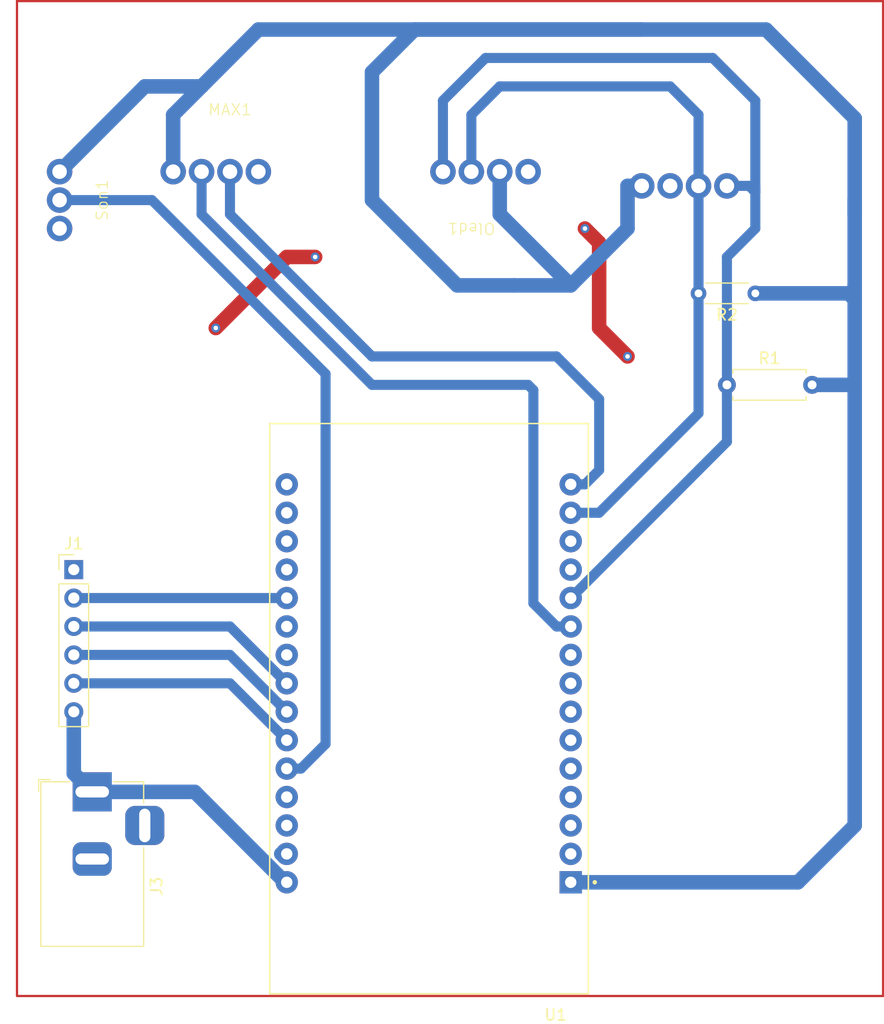
<source format=kicad_pcb>
(kicad_pcb (version 20221018) (generator pcbnew)
  (layers (0 "F.Cu" signal) (31 "B.Cu" signal) (34 "B.Paste" user) (35 "F.Paste" user) (36 "B.SilkS" user "B.Silkscreen") (37 "F.SilkS" user "F.Silkscreen") (38 "B.Mask" user) (39 "F.Mask" user) (44 "Edge.Cuts" user))
  (net 0 "")
  (net 1 "GND")
  (net 2 "/D35")
  (net 3 "/D25")
  (net 4 "/D26")
  (net 5 "/D27")
  (net 6 "+5V")
  (net 7 "+3.3V")
  (net 8 "/SDA1")
  (net 9 "/SCL1")
  (net 10 "/SDA")
  (net 11 "/SCL")
  (net 12 "/OUT")
  (footprint "Temperatura:temperatura" (layer "F.Cu") (at 163.83 80.01 180)
    (fp_text reference "MLX1" hide)
    (fp_text value "~")
    (pad "1" thru_hole custom (at -2.54 5.08 180) (size 2.286 2.286) (drill 1.3) (layers "*.Cu" "*.Mask") (net 10 "/SDA") (options (clearance outline) (anchor circle)) (primitives))
    (pad "2" thru_hole custom (at 0 5.08 180) (size 2.286 2.286) (drill 1.3) (layers "*.Cu" "*.Mask") (net 11 "/SCL") (options (clearance outline) (anchor circle)) (primitives))
    (pad "3" thru_hole custom (at 2.54 5.08 180) (size 2.286 2.286) (drill 1.3) (layers "*.Cu" "*.Mask") (net 1 "GND") (options (clearance outline) (anchor circle)) (primitives))
    (pad "4" thru_hole custom (at 5.08 5.08 180) (size 2.286 2.286) (drill 1.3) (layers "*.Cu" "*.Mask") (net 7 "+3.3V") (options (clearance outline) (anchor circle)) (primitives))
  )
  (footprint "Resistor_THT:R_Axial_DIN0207_L6.3mm_D2.5mm_P7.62mm_Horizontal" (layer "F.Cu") (at 166.37 92.71)
    (fp_text reference "R1" (at 3.81 -2.37) (layer "F.SilkS"))
    (fp_text value "1000")
    (fp_line (start 0.54 -1.37) (end 7.08 -1.37) (stroke (width 0.12)) (layer "F.SilkS"))
    (fp_line (start 0.54 -1.04) (end 0.54 -1.37) (stroke (width 0.12)) (layer "F.SilkS"))
    (fp_line (start 0.54 1.04) (end 0.54 1.37) (stroke (width 0.12)) (layer "F.SilkS"))
    (fp_line (start 0.54 1.37) (end 7.08 1.37) (stroke (width 0.12)) (layer "F.SilkS"))
    (fp_line (start 7.08 -1.37) (end 7.08 -1.04) (stroke (width 0.12)) (layer "F.SilkS"))
    (fp_line (start 7.08 1.37) (end 7.08 1.04) (stroke (width 0.12)) (layer "F.SilkS"))
    (pad "1" thru_hole circle (at 0 0) (size 1.6 1.6) (drill 0.8) (layers "*.Cu" "*.Mask") (net 10 "/SDA"))
    (pad "2" thru_hole oval (at 7.62 0) (size 1.6 1.6) (drill 0.8) (layers "*.Cu" "*.Mask") (net 7 "+3.3V"))
  )
  (footprint "Connector_PinHeader_2.54mm:PinHeader_1x06_P2.54mm_Vertical" (layer "F.Cu") (at 107.95 109.22)
    (fp_text reference "J1" (at 0 -2.33) (layer "F.SilkS"))
    (fp_text value "Conn_01x06_Pin")
    (fp_line (start -1.33 -1.33) (end 0 -1.33) (stroke (width 0.12)) (layer "F.SilkS"))
    (fp_line (start -1.33 0) (end -1.33 -1.33) (stroke (width 0.12)) (layer "F.SilkS"))
    (fp_line (start -1.33 1.27) (end -1.33 14.03) (stroke (width 0.12)) (layer "F.SilkS"))
    (fp_line (start -1.33 1.27) (end 1.33 1.27) (stroke (width 0.12)) (layer "F.SilkS"))
    (fp_line (start -1.33 14.03) (end 1.33 14.03) (stroke (width 0.12)) (layer "F.SilkS"))
    (fp_line (start 1.33 1.27) (end 1.33 14.03) (stroke (width 0.12)) (layer "F.SilkS"))
    (pad "1" thru_hole rect (at 0 0) (size 1.7 1.7) (drill 1) (layers "*.Cu" "*.Mask") (net 1 "GND"))
    (pad "2" thru_hole oval (at 0 2.54) (size 1.7 1.7) (drill 1) (layers "*.Cu" "*.Mask") (net 2 "/D35"))
    (pad "3" thru_hole oval (at 0 5.08) (size 1.7 1.7) (drill 1) (layers "*.Cu" "*.Mask") (net 3 "/D25"))
    (pad "4" thru_hole oval (at 0 7.62) (size 1.7 1.7) (drill 1) (layers "*.Cu" "*.Mask") (net 4 "/D26"))
    (pad "5" thru_hole oval (at 0 10.16) (size 1.7 1.7) (drill 1) (layers "*.Cu" "*.Mask") (net 5 "/D27"))
    (pad "6" thru_hole oval (at 0 12.7) (size 1.7 1.7) (drill 1) (layers "*.Cu" "*.Mask") (net 6 "+5V"))
  )
  (footprint "Connector_BarrelJack:BarrelJack_Horizontal" (layer "F.Cu") (at 109.6 129.08 90)
    (fp_text reference "J3" (at -8.45 5.75 90) (layer "F.SilkS"))
    (fp_text value "Barrel_Jack_Switch")
    (fp_line (start -13.8 -4.6) (end 0.9 -4.6) (stroke (width 0.12)) (layer "F.SilkS"))
    (fp_line (start -13.8 4.6) (end -13.8 -4.6) (stroke (width 0.12)) (layer "F.SilkS"))
    (fp_line (start -5 4.6) (end -13.8 4.6) (stroke (width 0.12)) (layer "F.SilkS"))
    (fp_line (start 0.05 -4.8) (end 1.1 -4.8) (stroke (width 0.12)) (layer "F.SilkS"))
    (fp_line (start 0.9 -4.6) (end 0.9 -2) (stroke (width 0.12)) (layer "F.SilkS"))
    (fp_line (start 0.9 1.9) (end 0.9 4.6) (stroke (width 0.12)) (layer "F.SilkS"))
    (fp_line (start 0.9 4.6) (end -1 4.6) (stroke (width 0.12)) (layer "F.SilkS"))
    (fp_line (start 1.1 -3.75) (end 1.1 -4.8) (stroke (width 0.12)) (layer "F.SilkS"))
    (pad "1" thru_hole rect (at 0 0 90) (size 3.5 3.5) (drill oval 1 3) (layers "*.Cu" "*.Mask") (net 6 "+5V"))
    (pad "2" thru_hole roundrect (at -6 0 90) (size 3 3.5) (drill oval 1 3) (layers "*.Cu" "*.Mask") (net 1 "GND"))
    (pad "3" thru_hole roundrect (at -3 4.7 90) (size 3.5 3.5) (drill oval 3 1) (layers "*.Cu" "*.Mask") (net 1 "GND"))
  )
  (footprint "Resistor_THT:R_Axial_DIN0204_L3.6mm_D1.6mm_P5.08mm_Horizontal" (layer "F.Cu") (at 168.91 84.53375 180)
    (fp_text reference "R2" (at 2.54 -1.92) (layer "F.SilkS"))
    (fp_text value "1000")
    (fp_line (start 0.62 -0.92) (end 4.46 -0.92) (stroke (width 0.12)) (layer "F.SilkS"))
    (fp_line (start 0.62 0.92) (end 4.46 0.92) (stroke (width 0.12)) (layer "F.SilkS"))
    (pad "1" thru_hole circle (at 0 0 180) (size 1.4 1.4) (drill 0.7) (layers "*.Cu" "*.Mask") (net 7 "+3.3V"))
    (pad "2" thru_hole oval (at 5.08 0 180) (size 1.4 1.4) (drill 0.7) (layers "*.Cu" "*.Mask") (net 11 "/SCL"))
  )
  (footprint "sonido:sonido" (layer "F.Cu") (at 101.6 76.2 90)
    (fp_text reference "Son1" (at 0 8.89 90 unlocked) (layer "F.SilkS") (effects (font (thickness 0.1))))
    (fp_text value "~")
    (pad "1" thru_hole custom (at -2.54 5.08 90) (size 2.286 2.286) (drill 1.3) (layers "*.Cu" "*.Mask") (net 1 "GND") (options (clearance outline) (anchor circle)) (primitives))
    (pad "2" thru_hole custom (at 0 5.08 90) (size 2.286 2.286) (drill 1.3) (layers "*.Cu" "*.Mask") (net 12 "/OUT") (options (clearance outline) (anchor circle)) (primitives))
    (pad "3" thru_hole custom (at 2.54 5.08 90) (size 2.286 2.286) (drill 1.3) (layers "*.Cu" "*.Mask") (net 7 "+3.3V") (options (clearance outline) (anchor circle)) (primitives))
  )
  (footprint "pantalla:Pantallaoled" (layer "F.Cu") (at 143.51 78.74 180)
    (fp_text reference "Oled1" (at 0 0 180 unlocked) (layer "F.SilkS") (effects (font (thickness 0.1))))
    (fp_text value "~")
    (pad "1" thru_hole custom (at -5.08 5.08 180) (size 2.286 2.286) (drill 1.3) (layers "*.Cu" "*.Mask") (net 1 "GND") (options (clearance outline) (anchor circle)) (primitives))
    (pad "2" thru_hole custom (at -2.54 5.08 180) (size 2.286 2.286) (drill 1.3) (layers "*.Cu" "*.Mask") (net 7 "+3.3V") (options (clearance outline) (anchor circle)) (primitives))
    (pad "3" thru_hole custom (at 0 5.08 180) (size 2.286 2.286) (drill 1.3) (layers "*.Cu" "*.Mask") (net 11 "/SCL") (options (clearance outline) (anchor circle)) (primitives))
    (pad "4" thru_hole custom (at 2.54 5.08 180) (size 2.286 2.286) (drill 1.3) (layers "*.Cu" "*.Mask") (net 10 "/SDA") (options (clearance outline) (anchor circle)) (primitives))
  )
  (footprint "esp32dev:MODULE_ESP32_DEVKIT_V1" (layer "F.Cu") (at 139.7 121.645 180)
    (fp_text reference "U1" (at -11.355 -27.36) (layer "F.SilkS"))
    (fp_text value "ESP32-DEVKIT-V1")
    (fp_line (start -14.28 -25.475) (end -3.211 -25.475) (stroke (width 0.127)) (layer "F.SilkS"))
    (fp_line (start -14.28 -25.475) (end 14.23 -25.475) (stroke (width 0.127)) (layer "F.SilkS"))
    (fp_line (start -14.28 25.475) (end -14.28 -25.475) (stroke (width 0.127)) (layer "F.SilkS"))
    (fp_line (start -14.28 25.475) (end -14.28 -25.475) (stroke (width 0.127)) (layer "F.SilkS"))
    (fp_line (start -14.28 25.475) (end -8.91 25.475) (stroke (width 0.127)) (layer "F.SilkS"))
    (fp_line (start -8.91 25.475) (end 8.78 25.475) (stroke (width 0.127)) (layer "F.SilkS"))
    (fp_line (start -3.211 -25.475) (end 3.5 -25.475) (stroke (width 0.127)) (layer "F.SilkS"))
    (fp_line (start 3.5 -25.475) (end 14.23 -25.475) (stroke (width 0.127)) (layer "F.SilkS"))
    (fp_line (start 8.78 25.475) (end 14.23 25.475) (stroke (width 0.127)) (layer "F.SilkS"))
    (fp_line (start 14.23 -25.475) (end 14.23 25.475) (stroke (width 0.127)) (layer "F.SilkS"))
    (fp_line (start 14.23 -25.475) (end 14.23 25.475) (stroke (width 0.127)) (layer "F.SilkS"))
    (fp_line (start 14.23 25.475) (end -14.28 25.475) (stroke (width 0.127)) (layer "F.SilkS"))
    (fp_circle (center -14.85 -15.515) (end -14.75 -15.515) (stroke (width 0.2)) (fill none) (layer "F.SilkS"))
    (pad "" np_thru_hole circle (at -12.28 -23.475 180) (size 3 3) (drill 3) (layers "*.Cu" "*.Mask"))
    (pad "" np_thru_hole circle (at -12.28 23.475 180) (size 3 3) (drill 3) (layers "*.Cu" "*.Mask"))
    (pad "" np_thru_hole circle (at 12.23 -23.475 180) (size 3 3) (drill 3) (layers "*.Cu" "*.Mask"))
    (pad "" np_thru_hole circle (at 12.23 23.475 180) (size 3 3) (drill 3) (layers "*.Cu" "*.Mask"))
    (pad "1" thru_hole rect (at -12.7 -15.515 180) (size 2 2) (drill 1.02) (layers "*.Cu" "*.Mask") (net 7 "+3.3V"))
    (pad "2" thru_hole circle (at -12.7 -12.975 180) (size 2 2) (drill 1.02) (layers "*.Cu" "*.Mask") (net 1 "GND"))
    (pad "3" thru_hole circle (at -12.7 -10.435 180) (size 2 2) (drill 1.02) (layers "*.Cu" "*.Mask"))
    (pad "4" thru_hole circle (at -12.7 -7.895 180) (size 2 2) (drill 1.02) (layers "*.Cu" "*.Mask"))
    (pad "5" thru_hole circle (at -12.7 -5.355 180) (size 2 2) (drill 1.02) (layers "*.Cu" "*.Mask"))
    (pad "6" thru_hole circle (at -12.7 -2.815 180) (size 2 2) (drill 1.02) (layers "*.Cu" "*.Mask"))
    (pad "7" thru_hole circle (at -12.7 -0.275 180) (size 2 2) (drill 1.02) (layers "*.Cu" "*.Mask"))
    (pad "8" thru_hole circle (at -12.7 2.265 180) (size 2 2) (drill 1.02) (layers "*.Cu" "*.Mask"))
    (pad "9" thru_hole circle (at -12.7 4.805 180) (size 2 2) (drill 1.02) (layers "*.Cu" "*.Mask"))
    (pad "10" thru_hole circle (at -12.7 7.345 180) (size 2 2) (drill 1.02) (layers "*.Cu" "*.Mask") (net 8 "/SDA1"))
    (pad "11" thru_hole circle (at -12.7 9.885 180) (size 2 2) (drill 1.02) (layers "*.Cu" "*.Mask") (net 10 "/SDA"))
    (pad "12" thru_hole circle (at -12.7 12.425 180) (size 2 2) (drill 1.02) (layers "*.Cu" "*.Mask"))
    (pad "13" thru_hole circle (at -12.7 14.965 180) (size 2 2) (drill 1.02) (layers "*.Cu" "*.Mask"))
    (pad "14" thru_hole circle (at -12.7 17.505 180) (size 2 2) (drill 1.02) (layers "*.Cu" "*.Mask") (net 11 "/SCL"))
    (pad "15" thru_hole circle (at -12.7 20.045 180) (size 2 2) (drill 1.02) (layers "*.Cu" "*.Mask") (net 9 "/SCL1"))
    (pad "16" thru_hole circle (at 12.7 20.045 180) (size 2 2) (drill 1.02) (layers "*.Cu" "*.Mask"))
    (pad "17" thru_hole circle (at 12.7 17.505 180) (size 2 2) (drill 1.02) (layers "*.Cu" "*.Mask"))
    (pad "18" thru_hole circle (at 12.7 14.965 180) (size 2 2) (drill 1.02) (layers "*.Cu" "*.Mask"))
    (pad "19" thru_hole circle (at 12.7 12.425 180) (size 2 2) (drill 1.02) (layers "*.Cu" "*.Mask"))
    (pad "20" thru_hole circle (at 12.7 9.885 180) (size 2 2) (drill 1.02) (layers "*.Cu" "*.Mask") (net 2 "/D35"))
    (pad "21" thru_hole circle (at 12.7 7.345 180) (size 2 2) (drill 1.02) (layers "*.Cu" "*.Mask"))
    (pad "22" thru_hole circle (at 12.7 4.805 180) (size 2 2) (drill 1.02) (layers "*.Cu" "*.Mask"))
    (pad "23" thru_hole circle (at 12.7 2.265 180) (size 2 2) (drill 1.02) (layers "*.Cu" "*.Mask") (net 3 "/D25"))
    (pad "24" thru_hole circle (at 12.7 -0.275 180) (size 2 2) (drill 1.02) (layers "*.Cu" "*.Mask") (net 4 "/D26"))
    (pad "25" thru_hole circle (at 12.7 -2.815 180) (size 2 2) (drill 1.02) (layers "*.Cu" "*.Mask") (net 5 "/D27"))
    (pad "26" thru_hole circle (at 12.7 -5.355 180) (size 2 2) (drill 1.02) (layers "*.Cu" "*.Mask") (net 12 "/OUT"))
    (pad "27" thru_hole circle (at 12.7 -7.895 180) (size 2 2) (drill 1.02) (layers "*.Cu" "*.Mask"))
    (pad "28" thru_hole circle (at 12.7 -10.435 180) (size 2 2) (drill 1.02) (layers "*.Cu" "*.Mask"))
    (pad "29" thru_hole circle (at 12.7 -12.975 180) (size 2 2) (drill 1.02) (layers "*.Cu" "*.Mask") (net 1 "GND"))
    (pad "30" thru_hole circle (at 12.7 -15.515 180) (size 2 2) (drill 1.02) (layers "*.Cu" "*.Mask") (net 6 "+5V"))
  )
  (footprint "max30102:max30102" (layer "F.Cu") (at 121.92 73.66)
    (fp_text reference "MAX1" (at 0 -5.54 unlocked) (layer "F.SilkS") (effects (font (thickness 0.1))))
    (fp_text value "~")
    (pad "1" thru_hole custom (at -5.08 0) (size 2.286 2.286) (drill 1.3) (layers "*.Cu" "*.Mask") (net 7 "+3.3V") (options (clearance outline) (anchor circle)) (primitives))
    (pad "2" thru_hole custom (at -2.54 0) (size 2.286 2.286) (drill 1.3) (layers "*.Cu" "*.Mask") (net 8 "/SDA1") (options (clearance outline) (anchor circle)) (primitives))
    (pad "3" thru_hole custom (at 0 0) (size 2.286 2.286) (drill 1.3) (layers "*.Cu" "*.Mask") (net 9 "/SCL1") (options (clearance outline) (anchor circle)) (primitives))
    (pad "4" thru_hole custom (at 2.54 0) (size 2.286 2.286) (drill 1.3) (layers "*.Cu" "*.Mask") (net 1 "GND") (options (clearance outline) (anchor circle)) (primitives))
  )
  (gr_rect (start 102.87 58.42) (end 180.34 147.32) (stroke (width 0.2)) (fill none) (layer "F.Cu"))
  (segment (start 154.94 87.63) (end 157.48 90.17) (width 1.3) (layer "F.Cu") (net 1))
  (segment (start 129.54 81.28) (end 127 81.28) (width 1.3) (layer "F.Cu") (net 1))
  (segment (start 127 81.28) (end 120.65 87.63) (width 1.3) (layer "F.Cu") (net 1))
  (segment (start 154.94 80.01) (end 154.94 87.63) (width 1.3) (layer "F.Cu") (net 1))
  (segment (start 153.67 78.74) (end 154.94 80.01) (width 1.3) (layer "F.Cu") (net 1))
  (via (at 129.54 81.28) (size 0.8) (drill 0.4) (layers "F.Cu" "B.Cu") (net 1))
  (via (at 153.67 78.74) (size 0.8) (drill 0.4) (layers "F.Cu" "B.Cu") (net 1))
  (via (at 157.48 90.17) (size 0.8) (drill 0.4) (layers "F.Cu" "B.Cu") (net 1))
  (via (at 120.65 87.63) (size 0.8) (drill 0.4) (layers "F.Cu" "B.Cu") (net 1))
  (segment (start 126.505024 134.62) (end 127 134.62) (width 1.3) (layer "B.Cu") (net 1))
  (segment (start 107.95 111.76) (end 127 111.76) (width 0.9) (layer "B.Cu") (net 2))
  (segment (start 107.95 114.3) (end 121.92 114.3) (width 0.9) (layer "B.Cu") (net 3))
  (segment (start 121.92 114.3) (end 127 119.38) (width 0.9) (layer "B.Cu") (net 3))
  (segment (start 107.95 116.84) (end 121.92 116.84) (width 0.9) (layer "B.Cu") (net 4))
  (segment (start 121.92 116.84) (end 127 121.92) (width 0.9) (layer "B.Cu") (net 4))
  (segment (start 121.92 119.38) (end 127 124.46) (width 0.9) (layer "B.Cu") (net 5))
  (segment (start 107.95 119.38) (end 121.92 119.38) (width 0.9) (layer "B.Cu") (net 5))
  (segment (start 118.767336 129.08) (end 126.847336 137.16) (width 1.3) (layer "B.Cu") (net 6))
  (segment (start 107.95 121.92) (end 107.95 127.43) (width 1.3) (layer "B.Cu") (net 6))
  (segment (start 126.847336 137.16) (end 127 137.16) (width 1.3) (layer "B.Cu") (net 6))
  (segment (start 107.95 127.43) (end 109.6 129.08) (width 1.3) (layer "B.Cu") (net 6))
  (segment (start 109.6 129.08) (end 118.767336 129.08) (width 1.3) (layer "B.Cu") (net 6))
  (segment (start 168.91 84.53375) (end 177.24375 84.53375) (width 1.3) (layer "B.Cu") (net 7))
  (segment (start 177.8 132.08) (end 177.8 92.71) (width 1.3) (layer "B.Cu") (net 7))
  (segment (start 116.84 68.58) (end 116.84 73.66) (width 1.3) (layer "B.Cu") (net 7))
  (segment (start 177.8 92.71) (end 177.8 85.09) (width 1.3) (layer "B.Cu") (net 7))
  (segment (start 177.8 77.47) (end 177.8 68.892577) (width 1.3) (layer "B.Cu") (net 7))
  (segment (start 177.24375 84.53375) (end 177.8 85.09) (width 1.3) (layer "B.Cu") (net 7))
  (segment (start 146.05 77.47) (end 152.4 83.82) (width 1.3) (layer "B.Cu") (net 7))
  (segment (start 152.4 137.16) (end 172.72 137.16) (width 1.3) (layer "B.Cu") (net 7))
  (segment (start 142.24 83.82) (end 147.32 83.82) (width 1.3) (layer "B.Cu") (net 7))
  (segment (start 158.75 74.93) (end 157.48 74.93) (width 1.3) (layer "B.Cu") (net 7))
  (segment (start 138.43 60.96) (end 134.62 64.77) (width 1.3) (layer "B.Cu") (net 7))
  (segment (start 119.38 66.04) (end 114.3 66.04) (width 1.3) (layer "B.Cu") (net 7))
  (segment (start 173.99 92.71) (end 177.8 92.71) (width 1.3) (layer "B.Cu") (net 7))
  (segment (start 152.4 83.82) (end 157.48 78.74) (width 1.3) (layer "B.Cu") (net 7))
  (segment (start 134.62 76.2) (end 142.24 83.82) (width 1.3) (layer "B.Cu") (net 7))
  (segment (start 147.32 83.82) (end 152.4 83.82) (width 1.3) (layer "B.Cu") (net 7))
  (segment (start 157.48 78.74) (end 157.48 74.93) (width 1.3) (layer "B.Cu") (net 7))
  (segment (start 177.8 68.892577) (end 169.867423 60.96) (width 1.3) (layer "B.Cu") (net 7))
  (segment (start 177.8 83.82) (end 177.8 76.2) (width 1.3) (layer "B.Cu") (net 7))
  (segment (start 169.867423 60.96) (end 138.43 60.96) (width 1.3) (layer "B.Cu") (net 7))
  (segment (start 177.8 85.09) (end 177.8 83.82) (width 1.3) (layer "B.Cu") (net 7))
  (segment (start 146.05 73.66) (end 146.05 77.47) (width 1.3) (layer "B.Cu") (net 7))
  (segment (start 172.72 137.16) (end 177.8 132.08) (width 1.3) (layer "B.Cu") (net 7))
  (segment (start 134.62 64.77) (end 134.62 76.2) (width 1.3) (layer "B.Cu") (net 7))
  (segment (start 119.38 66.04) (end 124.46 60.96) (width 1.3) (layer "B.Cu") (net 7))
  (segment (start 119.38 66.04) (end 116.84 68.58) (width 1.3) (layer "B.Cu") (net 7))
  (segment (start 124.46 60.96) (end 158.75 60.96) (width 1.3) (layer "B.Cu") (net 7))
  (segment (start 114.3 66.04) (end 106.68 73.66) (width 1.3) (layer "B.Cu") (net 7))
  (segment (start 149.06 112.23) (end 149.06 93.18) (width 0.9) (layer "B.Cu") (net 8))
  (segment (start 148.59 92.71) (end 134.62 92.71) (width 0.9) (layer "B.Cu") (net 8))
  (segment (start 152.4 114.3) (end 151.13 114.3) (width 0.9) (layer "B.Cu") (net 8))
  (segment (start 149.06 93.18) (end 148.59 92.71) (width 0.9) (layer "B.Cu") (net 8))
  (segment (start 151.13 114.3) (end 149.06 112.23) (width 0.9) (layer "B.Cu") (net 8))
  (segment (start 134.62 92.71) (end 119.38 77.47) (width 0.9) (layer "B.Cu") (net 8))
  (segment (start 119.38 77.47) (end 119.38 73.66) (width 0.9) (layer "B.Cu") (net 8))
  (segment (start 151.13 90.17) (end 154.94 93.98) (width 0.9) (layer "B.Cu") (net 9))
  (segment (start 152.4 101.6) (end 153.67 101.6) (width 0.9) (layer "B.Cu") (net 9))
  (segment (start 154.94 93.98) (end 154.94 100.33) (width 0.9) (layer "B.Cu") (net 9))
  (segment (start 121.92 77.47) (end 134.62 90.17) (width 0.9) (layer "B.Cu") (net 9))
  (segment (start 121.92 73.66) (end 121.92 77.47) (width 0.9) (layer "B.Cu") (net 9))
  (segment (start 153.67 101.6) (end 154.94 100.33) (width 0.9) (layer "B.Cu") (net 9))
  (segment (start 134.62 90.17) (end 151.13 90.17) (width 0.9) (layer "B.Cu") (net 9))
  (segment (start 166.37 81.28) (end 166.37 97.79) (width 0.9) (layer "B.Cu") (net 10))
  (segment (start 166.37 97.79) (end 152.4 111.76) (width 0.9) (layer "B.Cu") (net 10))
  (segment (start 168.35375 74.93) (end 166.37 74.93) (width 0.9) (layer "B.Cu") (net 10))
  (segment (start 168.91 67.31) (end 168.91 75.48625) (width 0.9) (layer "B.Cu") (net 10))
  (segment (start 140.97 67.31) (end 144.78 63.5) (width 0.9) (layer "B.Cu") (net 10))
  (segment (start 168.91 75.48625) (end 168.35375 74.93) (width 0.9) (layer "B.Cu") (net 10))
  (segment (start 168.91 78.74) (end 166.37 81.28) (width 0.9) (layer "B.Cu") (net 10))
  (segment (start 140.97 73.66) (end 140.97 67.31) (width 0.9) (layer "B.Cu") (net 10))
  (segment (start 168.91 74.93) (end 168.91 78.74) (width 0.9) (layer "B.Cu") (net 10))
  (segment (start 144.78 63.5) (end 165.1 63.5) (width 0.9) (layer "B.Cu") (net 10))
  (segment (start 165.1 63.5) (end 168.91 67.31) (width 0.9) (layer "B.Cu") (net 10))
  (segment (start 146.05 66.04) (end 143.51 68.58) (width 0.9) (layer "B.Cu") (net 11))
  (segment (start 163.83 68.58) (end 161.29 66.04) (width 0.9) (layer "B.Cu") (net 11))
  (segment (start 163.83 95.25) (end 163.83 68.58) (width 0.9) (layer "B.Cu") (net 11))
  (segment (start 152.4 104.14) (end 154.94 104.14) (width 0.9) (layer "B.Cu") (net 11))
  (segment (start 143.51 68.58) (end 143.51 73.66) (width 0.9) (layer "B.Cu") (net 11))
  (segment (start 161.29 66.04) (end 146.05 66.04) (width 0.9) (layer "B.Cu") (net 11))
  (segment (start 154.94 104.14) (end 163.83 95.25) (width 0.9) (layer "B.Cu") (net 11))
  (segment (start 127 127) (end 128.27 127) (width 0.9) (layer "B.Cu") (net 12))
  (segment (start 114.94039 76.2) (end 106.68 76.2) (width 0.9) (layer "B.Cu") (net 12))
  (segment (start 130.47 124.8) (end 130.47 91.72961) (width 0.9) (layer "B.Cu") (net 12))
  (segment (start 130.47 91.72961) (end 114.94039 76.2) (width 0.9) (layer "B.Cu") (net 12))
  (segment (start 128.27 127) (end 130.47 124.8) (width 0.9) (layer "B.Cu") (net 12))
)
</source>
